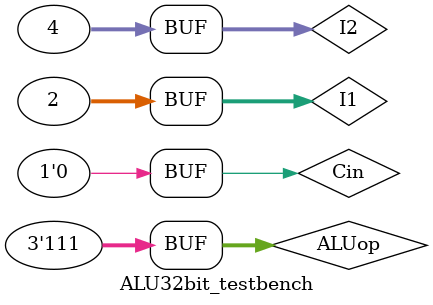
<source format=v>
`define DELAY 20
module ALU32bit_testbench();
 
reg [31:0] I1, I2 ;
reg Cin ;
reg [2:0] ALUop ;
wire Z, V, Cout ;
wire [31:0] Output ;

ALU32bit test_ALU32bit( Z, V, Cout, Output, I1, I2, ALUop );

initial begin

I1 = 32'b0000_0000_0000_0000_0000_0000_0000_0000; I2 = 32'b0000_1111_0000_1111_0000_1111_0000_0000; Cin = 1'b0; ALUop = 3'b000;  // 0 0 0
#`DELAY;

I1 = 32'b0000_1111_0000_1111_0000_0000_0000_0000; I2 = 32'b0000_1111_0000_1111_0000_1111_0000_0000; Cin = 1'b0; ALUop = 3'b000;  // 0 0 0
#`DELAY;

I1 = 32'b0000_0000_1111_0000_0000_0000_0000_0000; I2 = 32'b0000_1111_0000_1111_0000_1111_0000_0000; Cin = 1'b0; ALUop = 3'b001;  // 0 0 1
#`DELAY;

I1 = 32'b0000_0000_0000_0000_0000_0000_0000_0011; I2 = 32'b0000_0000_0000_1111_0000_1111_0000_0000; Cin = 1'b0; ALUop = 3'b010;  // 0 1 0
#`DELAY;

I1 = 32'b0000_0000_0000_0000_0000_0000_0000_0100; I2 = 32'b0000_0000_0000_0000_0000_0000_0000_0010; Cin = 1'b0; ALUop = 3'b110;  // 1 1 0
#`DELAY;

I1 = 32'b0111_1111_1111_1111_1111_1111_1111_0000; I2 = 32'b0111_0000_0000_0000_1111_0000_0000_0010; Cin = 1'b0; ALUop = 3'b010;  // 0 1 0 overflow
#`DELAY;

I1 = 32'b0000_0000_0000_0000_0000_0000_0000_0100; I2 = 32'b0000_0000_0000_0000_0000_0000_0000_0010; Cin = 1'b0; ALUop = 3'b111;  // 1 1 1 I1>I2
#`DELAY;

I1 = 32'b0000_0000_0000_0000_0000_0000_0000_0010; I2 = 32'b0000_0000_0000_0000_0000_0000_0000_0100; Cin = 1'b0; ALUop = 3'b110;  // 1 1 0 
#`DELAY;

I1 = 32'b0000_0000_0000_0000_0000_0000_0000_0010; I2 = 32'b0000_0000_0000_0000_0000_0000_0000_0100; Cin = 1'b0; ALUop = 3'b111;  // 1 1 1 I1<I2
#`DELAY;
end
 
 
initial
begin
$monitor("time = %2d, ALUop =%3b, I1=%32b, I2=%32b, result=%32b, Cout=%1b, overflow=%1b, Z=%1b,", $time, ALUop, I1, I2, Output, Cout, V, Z  );
end
 
 
endmodule
</source>
